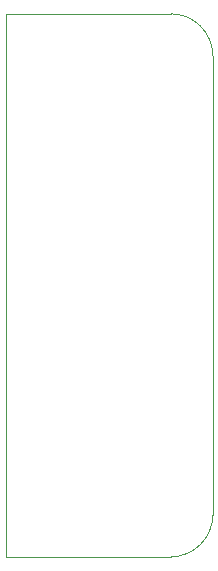
<source format=gm1>
%TF.GenerationSoftware,KiCad,Pcbnew,(6.0.0)*%
%TF.CreationDate,2022-03-13T19:19:56-04:00*%
%TF.ProjectId,4 GC port esd board (for wii mini),34204743-2070-46f7-9274-206573642062,rev?*%
%TF.SameCoordinates,Original*%
%TF.FileFunction,Profile,NP*%
%FSLAX46Y46*%
G04 Gerber Fmt 4.6, Leading zero omitted, Abs format (unit mm)*
G04 Created by KiCad (PCBNEW (6.0.0)) date 2022-03-13 19:19:56*
%MOMM*%
%LPD*%
G01*
G04 APERTURE LIST*
%TA.AperFunction,Profile*%
%ADD10C,0.100000*%
%TD*%
G04 APERTURE END LIST*
D10*
X116586000Y-108458000D02*
X116586000Y-69596000D01*
X116586000Y-69596000D02*
G75*
G03*
X113030000Y-66040000I-3555999J1D01*
G01*
X99060000Y-66040000D02*
X99060000Y-111252000D01*
X100330000Y-112014000D02*
X99060000Y-112014000D01*
X113030000Y-112014000D02*
X100330000Y-112014000D01*
X113030000Y-112014000D02*
G75*
G03*
X116586000Y-108458000I1J3555999D01*
G01*
X113030000Y-66040000D02*
X100330000Y-66040000D01*
X99060000Y-112014000D02*
X99060000Y-111252000D01*
X100330000Y-66040000D02*
X99060000Y-66040000D01*
M02*

</source>
